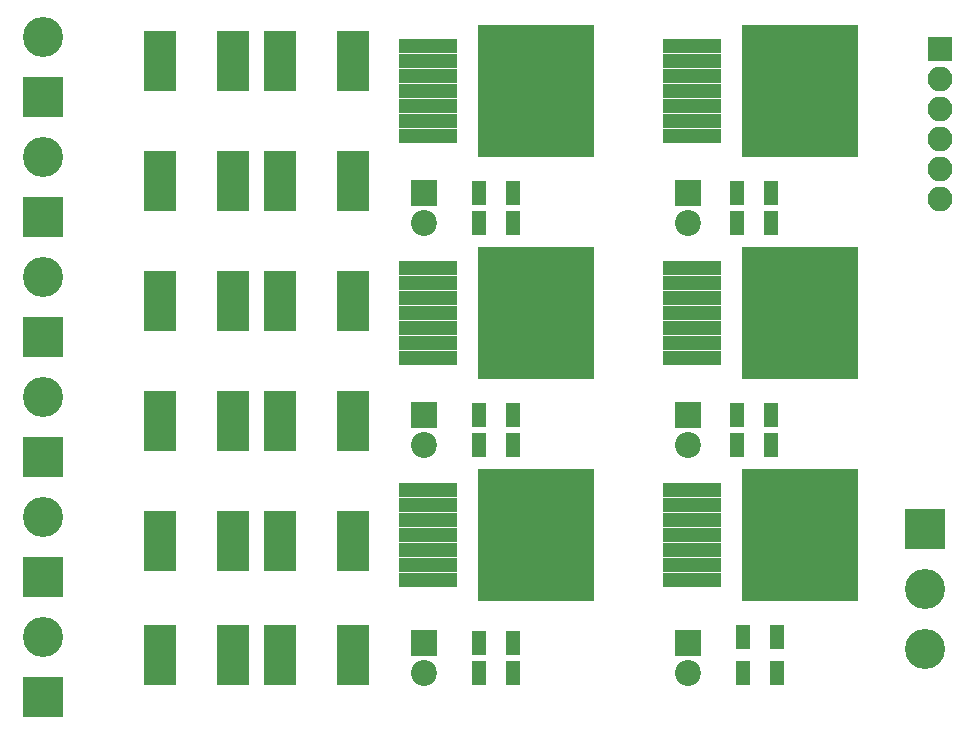
<source format=gbr>
G04 #@! TF.FileFunction,Soldermask,Top*
%FSLAX46Y46*%
G04 Gerber Fmt 4.6, Leading zero omitted, Abs format (unit mm)*
G04 Created by KiCad (PCBNEW 4.0.7) date 08/12/18 23:32:44*
%MOMM*%
%LPD*%
G01*
G04 APERTURE LIST*
%ADD10C,0.100000*%
%ADD11R,1.300000X2.100000*%
%ADD12R,5.000000X1.200000*%
%ADD13R,9.800000X11.200000*%
%ADD14R,2.686000X5.200000*%
%ADD15R,2.200000X2.200000*%
%ADD16C,2.200000*%
%ADD17R,3.400000X3.400000*%
%ADD18C,3.400000*%
%ADD19R,2.100000X2.100000*%
%ADD20O,2.100000X2.100000*%
G04 APERTURE END LIST*
D10*
D11*
X85418000Y-43688000D03*
X88318000Y-43688000D03*
X88318000Y-46228000D03*
X85418000Y-46228000D03*
X85418000Y-62484000D03*
X88318000Y-62484000D03*
X88318000Y-65024000D03*
X85418000Y-65024000D03*
X88826000Y-84328000D03*
X85926000Y-84328000D03*
X66474000Y-46228000D03*
X63574000Y-46228000D03*
X66474000Y-65024000D03*
X63574000Y-65024000D03*
X66474000Y-84328000D03*
X63574000Y-84328000D03*
X85926000Y-81280000D03*
X88826000Y-81280000D03*
X63574000Y-43688000D03*
X66474000Y-43688000D03*
X63574000Y-62484000D03*
X66474000Y-62484000D03*
X63574000Y-81788000D03*
X66474000Y-81788000D03*
D12*
X81601000Y-31242000D03*
X81601000Y-32512000D03*
X81601000Y-33782000D03*
X81601000Y-35052000D03*
X81601000Y-36322000D03*
X81601000Y-37592000D03*
X81601000Y-38862000D03*
D13*
X90751000Y-35052000D03*
D12*
X81601000Y-50038000D03*
X81601000Y-51308000D03*
X81601000Y-52578000D03*
X81601000Y-53848000D03*
X81601000Y-55118000D03*
X81601000Y-56388000D03*
X81601000Y-57658000D03*
D13*
X90751000Y-53848000D03*
D12*
X81601000Y-68834000D03*
X81601000Y-70104000D03*
X81601000Y-71374000D03*
X81601000Y-72644000D03*
X81601000Y-73914000D03*
X81601000Y-75184000D03*
X81601000Y-76454000D03*
D13*
X90751000Y-72644000D03*
D12*
X59249000Y-31242000D03*
X59249000Y-32512000D03*
X59249000Y-33782000D03*
X59249000Y-35052000D03*
X59249000Y-36322000D03*
X59249000Y-37592000D03*
X59249000Y-38862000D03*
D13*
X68399000Y-35052000D03*
D12*
X59249000Y-50038000D03*
X59249000Y-51308000D03*
X59249000Y-52578000D03*
X59249000Y-53848000D03*
X59249000Y-55118000D03*
X59249000Y-56388000D03*
X59249000Y-57658000D03*
D13*
X68399000Y-53848000D03*
D12*
X59249000Y-68834000D03*
X59249000Y-70104000D03*
X59249000Y-71374000D03*
X59249000Y-72644000D03*
X59249000Y-73914000D03*
X59249000Y-75184000D03*
X59249000Y-76454000D03*
D13*
X68399000Y-72644000D03*
D14*
X42724000Y-32512000D03*
X36524000Y-32512000D03*
X52884000Y-32512000D03*
X46684000Y-32512000D03*
X42724000Y-42672000D03*
X36524000Y-42672000D03*
X52884000Y-42672000D03*
X46684000Y-42672000D03*
X42724000Y-52832000D03*
X36524000Y-52832000D03*
X52884000Y-52832000D03*
X46684000Y-52832000D03*
X42724000Y-62992000D03*
X36524000Y-62992000D03*
X52884000Y-62992000D03*
X46684000Y-62992000D03*
X42724000Y-73152000D03*
X36524000Y-73152000D03*
X52884000Y-73152000D03*
X46684000Y-73152000D03*
X42724000Y-82804000D03*
X36524000Y-82804000D03*
X52884000Y-82804000D03*
X46684000Y-82804000D03*
D15*
X81280000Y-62484000D03*
D16*
X81280000Y-65024000D03*
D15*
X81280000Y-81788000D03*
D16*
X81280000Y-84328000D03*
D15*
X58928000Y-43688000D03*
D16*
X58928000Y-46228000D03*
D15*
X58928000Y-62484000D03*
D16*
X58928000Y-65024000D03*
D15*
X58928000Y-81788000D03*
D16*
X58928000Y-84328000D03*
D17*
X101346000Y-72136000D03*
D18*
X101346000Y-77216000D03*
X101346000Y-82296000D03*
D19*
X102616000Y-31496000D03*
D20*
X102616000Y-34036000D03*
X102616000Y-36576000D03*
X102616000Y-39116000D03*
X102616000Y-41656000D03*
X102616000Y-44196000D03*
D17*
X26670000Y-35560000D03*
D18*
X26670000Y-30480000D03*
D17*
X26670000Y-45720000D03*
D18*
X26670000Y-40640000D03*
D17*
X26670000Y-55880000D03*
D18*
X26670000Y-50800000D03*
D17*
X26670000Y-66040000D03*
D18*
X26670000Y-60960000D03*
D17*
X26670000Y-76200000D03*
D18*
X26670000Y-71120000D03*
D17*
X26670000Y-86360000D03*
D18*
X26670000Y-81280000D03*
D15*
X81280000Y-43688000D03*
D16*
X81280000Y-46228000D03*
M02*

</source>
